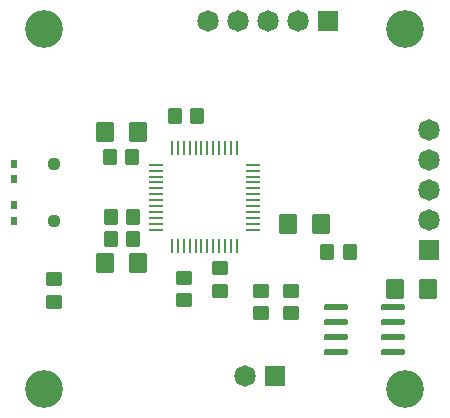
<source format=gbr>
G04 DipTrace 4.3.0.3*
G04 GTS.gbr*
%MOMM*%
G04 #@! TF.FileFunction,Soldermask,Top*
G04 #@! TF.Part,Single*
%AMOUTLINE3*
4,1,28,
0.49972,-0.6,
-0.49972,-0.6,
-0.55388,-0.59287,
-0.60128,-0.57323,
-0.64199,-0.54199,
-0.67323,-0.50128,
-0.69287,-0.45388,
-0.7,-0.39972,
-0.7,0.39972,
-0.69287,0.45388,
-0.67323,0.50128,
-0.64199,0.54199,
-0.60128,0.57323,
-0.55388,0.59287,
-0.49972,0.6,
0.49972,0.6,
0.55388,0.59287,
0.60128,0.57323,
0.64199,0.54199,
0.67323,0.50128,
0.69287,0.45388,
0.7,0.39972,
0.7,-0.39972,
0.69287,-0.45388,
0.67323,-0.50128,
0.64199,-0.54199,
0.60128,-0.57323,
0.55388,-0.59287,
0.49972,-0.6,
0*%
%AMOUTLINE5*
4,1,28,
-0.74999,-0.65674,
-0.75001,0.65671,
-0.74312,0.70905,
-0.72419,0.75477,
-0.69406,0.79403,
-0.6548,0.82416,
-0.60908,0.8431,
-0.55674,0.84999,
0.5567,0.85001,
0.60905,0.84312,
0.65477,0.82419,
0.69403,0.79406,
0.72415,0.7548,
0.74309,0.70908,
0.74999,0.65674,
0.75001,-0.65671,
0.74312,-0.70905,
0.72419,-0.75477,
0.69406,-0.79403,
0.6548,-0.82416,
0.60908,-0.8431,
0.55674,-0.84999,
-0.5567,-0.85001,
-0.60905,-0.84312,
-0.65477,-0.82419,
-0.69403,-0.79406,
-0.72415,-0.7548,
-0.74309,-0.70908,
-0.74999,-0.65674,
0*%
%AMOUTLINE7*
4,1,28,
-0.6,-0.49972,
-0.6,0.49972,
-0.59287,0.55388,
-0.57323,0.60128,
-0.54199,0.64199,
-0.50128,0.67323,
-0.45388,0.69287,
-0.39972,0.7,
0.39972,0.7,
0.45388,0.69287,
0.50128,0.67323,
0.54199,0.64199,
0.57323,0.60128,
0.59287,0.55388,
0.6,0.49972,
0.6,-0.49972,
0.59287,-0.55388,
0.57323,-0.60128,
0.54199,-0.64199,
0.50128,-0.67323,
0.45388,-0.69287,
0.39972,-0.7,
-0.39972,-0.7,
-0.45388,-0.69287,
-0.50128,-0.67323,
-0.54199,-0.64199,
-0.57323,-0.60128,
-0.59287,-0.55388,
-0.6,-0.49972,
0*%
%AMOUTLINE9*
4,1,28,
0.75,0.65672,
0.75,-0.65672,
0.74311,-0.70906,
0.72417,-0.75478,
0.69405,-0.79405,
0.65478,-0.82417,
0.60906,-0.84311,
0.55672,-0.85,
-0.55672,-0.85,
-0.60906,-0.84311,
-0.65478,-0.82417,
-0.69405,-0.79405,
-0.72417,-0.75478,
-0.74311,-0.70906,
-0.75,-0.65672,
-0.75,0.65672,
-0.74311,0.70906,
-0.72417,0.75478,
-0.69405,0.79405,
-0.65478,0.82417,
-0.60906,0.84311,
-0.55672,0.85,
0.55672,0.85,
0.60906,0.84311,
0.65478,0.82417,
0.69405,0.79405,
0.72417,0.75478,
0.74311,0.70906,
0.75,0.65672,
0*%
%AMOUTLINE11*
4,1,28,
-0.49972,0.6,
0.49972,0.6,
0.55388,0.59287,
0.60128,0.57323,
0.64199,0.54199,
0.67323,0.50128,
0.69287,0.45388,
0.7,0.39972,
0.7,-0.39972,
0.69287,-0.45388,
0.67323,-0.50128,
0.64199,-0.54199,
0.60128,-0.57323,
0.55388,-0.59287,
0.49972,-0.6,
-0.49972,-0.6,
-0.55388,-0.59287,
-0.60128,-0.57323,
-0.64199,-0.54199,
-0.67323,-0.50128,
-0.69287,-0.45388,
-0.7,-0.39972,
-0.7,0.39972,
-0.69287,0.45388,
-0.67323,0.50128,
-0.64199,0.54199,
-0.60128,0.57323,
-0.55388,0.59287,
-0.49972,0.6,
0*%
%AMOUTLINE13*
4,1,28,
0.58,0.06672,
0.58,-0.06672,
0.57856,-0.07765,
0.57561,-0.08478,
0.57091,-0.09091,
0.56478,-0.09561,
0.55765,-0.09856,
0.54672,-0.1,
-0.54672,-0.1,
-0.55765,-0.09856,
-0.56478,-0.09561,
-0.57091,-0.09091,
-0.57561,-0.08478,
-0.57856,-0.07765,
-0.58,-0.06672,
-0.58,0.06672,
-0.57856,0.07765,
-0.57561,0.08478,
-0.57091,0.09091,
-0.56478,0.09561,
-0.55765,0.09856,
-0.54672,0.1,
0.54672,0.1,
0.55765,0.09856,
0.56478,0.09561,
0.57091,0.09091,
0.57561,0.08478,
0.57856,0.07765,
0.58,0.06672,
0*%
%AMOUTLINE15*
4,1,28,
-0.06672,0.58,
0.06672,0.58,
0.07765,0.57856,
0.08478,0.57561,
0.09091,0.57091,
0.09561,0.56478,
0.09856,0.55765,
0.1,0.54672,
0.1,-0.54672,
0.09856,-0.55765,
0.09561,-0.56478,
0.09091,-0.57091,
0.08478,-0.57561,
0.07765,-0.57856,
0.06672,-0.58,
-0.06672,-0.58,
-0.07765,-0.57856,
-0.08478,-0.57561,
-0.09091,-0.57091,
-0.09561,-0.56478,
-0.09856,-0.55765,
-0.1,-0.54672,
-0.1,0.54672,
-0.09856,0.55765,
-0.09561,0.56478,
-0.09091,0.57091,
-0.08478,0.57561,
-0.07765,0.57856,
-0.06672,0.58,
0*%
%AMOUTLINE17*
4,1,28,
-0.58,-0.06672,
-0.58,0.06672,
-0.57856,0.07765,
-0.57561,0.08478,
-0.57091,0.09091,
-0.56478,0.09561,
-0.55765,0.09856,
-0.54672,0.1,
0.54672,0.1,
0.55765,0.09856,
0.56478,0.09561,
0.57091,0.09091,
0.57561,0.08478,
0.57856,0.07765,
0.58,0.06672,
0.58,-0.06672,
0.57856,-0.07765,
0.57561,-0.08478,
0.57091,-0.09091,
0.56478,-0.09561,
0.55765,-0.09856,
0.54672,-0.1,
-0.54672,-0.1,
-0.55765,-0.09856,
-0.56478,-0.09561,
-0.57091,-0.09091,
-0.57561,-0.08478,
-0.57856,-0.07765,
-0.58,-0.06672,
0*%
%AMOUTLINE19*
4,1,28,
0.06672,-0.58,
-0.06672,-0.58,
-0.07765,-0.57856,
-0.08478,-0.57561,
-0.09091,-0.57091,
-0.09561,-0.56478,
-0.09856,-0.55765,
-0.1,-0.54672,
-0.1,0.54672,
-0.09856,0.55765,
-0.09561,0.56478,
-0.09091,0.57091,
-0.08478,0.57561,
-0.07765,0.57856,
-0.06672,0.58,
0.06672,0.58,
0.07765,0.57856,
0.08478,0.57561,
0.09091,0.57091,
0.09561,0.56478,
0.09856,0.55765,
0.1,0.54672,
0.1,-0.54672,
0.09856,-0.55765,
0.09561,-0.56478,
0.09091,-0.57091,
0.08478,-0.57561,
0.07765,-0.57856,
0.06672,-0.58,
0*%
%AMOUTLINE21*
4,1,28,
0.985,0.16172,
0.985,-0.16172,
0.98084,-0.19336,
0.96989,-0.21978,
0.95248,-0.24248,
0.92978,-0.25989,
0.90336,-0.27084,
0.87172,-0.275,
-0.87172,-0.275,
-0.90336,-0.27084,
-0.92978,-0.25989,
-0.95248,-0.24248,
-0.96989,-0.21978,
-0.98084,-0.19336,
-0.985,-0.16172,
-0.985,0.16172,
-0.98084,0.19336,
-0.96989,0.21978,
-0.95248,0.24248,
-0.92978,0.25989,
-0.90336,0.27084,
-0.87172,0.275,
0.87172,0.275,
0.90336,0.27084,
0.92978,0.25989,
0.95248,0.24248,
0.96989,0.21978,
0.98084,0.19336,
0.985,0.16172,
0*%
%AMOUTLINE23*
4,1,28,
-0.985,-0.16172,
-0.985,0.16172,
-0.98084,0.19336,
-0.96989,0.21978,
-0.95248,0.24248,
-0.92978,0.25989,
-0.90336,0.27084,
-0.87172,0.275,
0.87172,0.275,
0.90336,0.27084,
0.92978,0.25989,
0.95248,0.24248,
0.96989,0.21978,
0.98084,0.19336,
0.985,0.16172,
0.985,-0.16172,
0.98084,-0.19336,
0.96989,-0.21978,
0.95248,-0.24248,
0.92978,-0.25989,
0.90336,-0.27084,
0.87172,-0.275,
-0.87172,-0.275,
-0.90336,-0.27084,
-0.92978,-0.25989,
-0.95248,-0.24248,
-0.96989,-0.21978,
-0.98084,-0.19336,
-0.985,-0.16172,
0*%
%ADD40C,3.2*%
%ADD44C,1.1192*%
%ADD49C,1.82*%
%ADD50R,1.82X1.82*%
%ADD51R,0.6X0.8*%
%ADD60OUTLINE3*%
%ADD62OUTLINE5*%
%ADD64OUTLINE7*%
%ADD66OUTLINE9*%
%ADD68OUTLINE11*%
%ADD70OUTLINE13*%
%ADD72OUTLINE15*%
%ADD74OUTLINE17*%
%ADD76OUTLINE19*%
%ADD78OUTLINE21*%
%ADD80OUTLINE23*%
%FSLAX35Y35*%
G04*
G71*
G90*
G75*
G01*
G04 TopMask*
%LPD*%
D60*
X1455000Y2010000D3*
Y2200000D3*
D64*
X1930000Y2725000D3*
X2120000D3*
X1930000Y2540000D3*
X2120000D3*
D62*
X1885000Y2340000D3*
X2165000D3*
X1879973Y3447073D3*
X2159973D3*
D64*
X1925000Y3235000D3*
X2115000D3*
D62*
X4340000Y2120000D3*
X4620000D3*
D51*
X1115000Y2825000D3*
Y2695000D3*
Y3050000D3*
Y3180000D3*
D66*
X3710000Y2670000D3*
X3430000D3*
D50*
X3775000Y4385000D3*
D49*
X3521000D3*
X3267000D3*
X3013000D3*
X2759000D3*
D40*
X1370000Y1270000D3*
X4420000D3*
Y4320000D3*
X1370000D3*
D50*
X4625000Y2450000D3*
D49*
Y2704000D3*
Y2958000D3*
Y3212000D3*
Y3466000D3*
D64*
X2475000Y3580000D3*
X2665000D3*
D60*
X2550000Y2025000D3*
Y2215000D3*
D68*
X2855000Y2295000D3*
Y2105000D3*
D60*
X3455000Y1915000D3*
Y2105000D3*
X3205000Y1915000D3*
Y2105000D3*
D64*
X3765000Y2430000D3*
X3955000D3*
D70*
X2312000Y3170000D3*
Y3120000D3*
Y3070000D3*
Y3020000D3*
Y2970000D3*
Y2920000D3*
Y2870000D3*
Y2820000D3*
Y2770000D3*
Y2720000D3*
Y2670000D3*
Y2620000D3*
D72*
X2450000Y2482000D3*
X2500000D3*
X2550000D3*
X2600000D3*
X2650000D3*
X2700000D3*
X2750000D3*
X2800000D3*
X2850000D3*
X2900000D3*
X2950000D3*
X3000000D3*
D74*
X3138000Y2620000D3*
Y2670000D3*
Y2720000D3*
Y2770000D3*
Y2820000D3*
Y2870000D3*
Y2920000D3*
Y2970000D3*
Y3020000D3*
Y3070000D3*
Y3120000D3*
Y3170000D3*
D76*
X3000000Y3308000D3*
X2950000D3*
X2900000D3*
X2850000D3*
X2800000D3*
X2750000D3*
X2700000D3*
X2650000D3*
X2600000D3*
X2550000D3*
X2500000D3*
X2450000D3*
D78*
X3837500Y1965500D3*
Y1838500D3*
Y1711500D3*
Y1584500D3*
D80*
X4322500D3*
Y1711500D3*
Y1838500D3*
Y1965500D3*
D50*
X3320000Y1385000D3*
D49*
X3066000D3*
D44*
X1455000Y2693700D3*
Y3176300D3*
M02*

</source>
